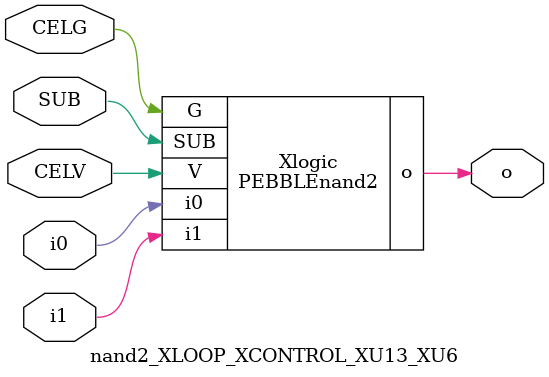
<source format=v>



module PEBBLEnand2 ( o, G, SUB, V, i0, i1 );

  input i0;
  input V;
  input i1;
  input G;
  output o;
  input SUB;
endmodule

//Celera Confidential Do Not Copy nand2_XLOOP_XCONTROL_XU13_XU6
//Celera Confidential Symbol Generator
//5V NAND2
module nand2_XLOOP_XCONTROL_XU13_XU6 (CELV,CELG,i0,i1,o,SUB);
input CELV;
input CELG;
input i0;
input i1;
input SUB;
output o;

//Celera Confidential Do Not Copy nand2
PEBBLEnand2 Xlogic(
.V (CELV),
.i0 (i0),
.i1 (i1),
.o (o),
.SUB (SUB),
.G (CELG)
);
//,diesize,PEBBLEnand2

//Celera Confidential Do Not Copy Module End
//Celera Schematic Generator
endmodule

</source>
